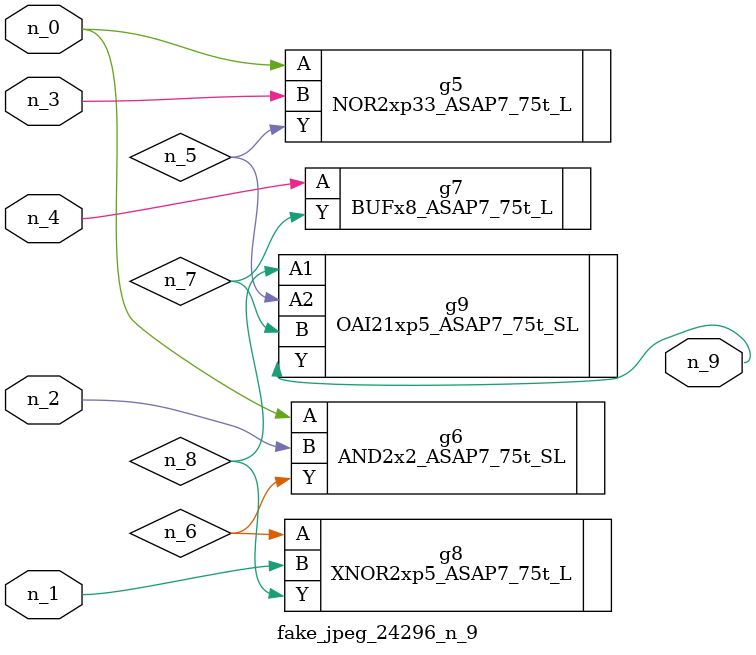
<source format=v>
module fake_jpeg_24296_n_9 (n_3, n_2, n_1, n_0, n_4, n_9);

input n_3;
input n_2;
input n_1;
input n_0;
input n_4;

output n_9;

wire n_8;
wire n_6;
wire n_5;
wire n_7;

NOR2xp33_ASAP7_75t_L g5 ( 
.A(n_0),
.B(n_3),
.Y(n_5)
);

AND2x2_ASAP7_75t_SL g6 ( 
.A(n_0),
.B(n_2),
.Y(n_6)
);

BUFx8_ASAP7_75t_L g7 ( 
.A(n_4),
.Y(n_7)
);

XNOR2xp5_ASAP7_75t_L g8 ( 
.A(n_6),
.B(n_1),
.Y(n_8)
);

OAI21xp5_ASAP7_75t_SL g9 ( 
.A1(n_8),
.A2(n_5),
.B(n_7),
.Y(n_9)
);


endmodule
</source>
